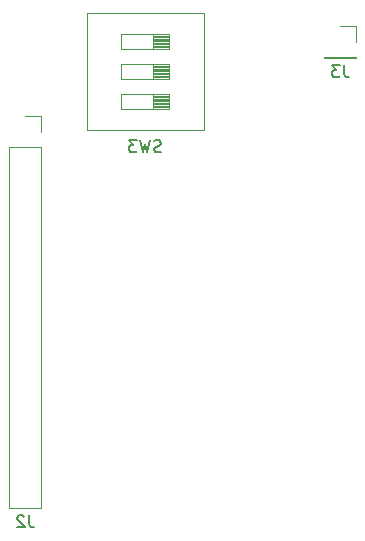
<source format=gbr>
%TF.GenerationSoftware,KiCad,Pcbnew,8.0.4-8.0.4-0~ubuntu22.04.1*%
%TF.CreationDate,2024-08-10T18:20:34+03:00*%
%TF.ProjectId,PM-ESPC3,504d2d45-5350-4433-932e-6b696361645f,rev?*%
%TF.SameCoordinates,Original*%
%TF.FileFunction,Legend,Bot*%
%TF.FilePolarity,Positive*%
%FSLAX46Y46*%
G04 Gerber Fmt 4.6, Leading zero omitted, Abs format (unit mm)*
G04 Created by KiCad (PCBNEW 8.0.4-8.0.4-0~ubuntu22.04.1) date 2024-08-10 18:20:34*
%MOMM*%
%LPD*%
G01*
G04 APERTURE LIST*
%ADD10C,0.150000*%
%ADD11C,0.120000*%
%ADD12O,1.000000X1.700000*%
%ADD13R,1.600000X1.600000*%
%ADD14O,1.600000X1.600000*%
%ADD15R,1.700000X1.700000*%
%ADD16O,1.700000X1.700000*%
G04 APERTURE END LIST*
D10*
X71183332Y-80417200D02*
X71040475Y-80464819D01*
X71040475Y-80464819D02*
X70802380Y-80464819D01*
X70802380Y-80464819D02*
X70707142Y-80417200D01*
X70707142Y-80417200D02*
X70659523Y-80369580D01*
X70659523Y-80369580D02*
X70611904Y-80274342D01*
X70611904Y-80274342D02*
X70611904Y-80179104D01*
X70611904Y-80179104D02*
X70659523Y-80083866D01*
X70659523Y-80083866D02*
X70707142Y-80036247D01*
X70707142Y-80036247D02*
X70802380Y-79988628D01*
X70802380Y-79988628D02*
X70992856Y-79941009D01*
X70992856Y-79941009D02*
X71088094Y-79893390D01*
X71088094Y-79893390D02*
X71135713Y-79845771D01*
X71135713Y-79845771D02*
X71183332Y-79750533D01*
X71183332Y-79750533D02*
X71183332Y-79655295D01*
X71183332Y-79655295D02*
X71135713Y-79560057D01*
X71135713Y-79560057D02*
X71088094Y-79512438D01*
X71088094Y-79512438D02*
X70992856Y-79464819D01*
X70992856Y-79464819D02*
X70754761Y-79464819D01*
X70754761Y-79464819D02*
X70611904Y-79512438D01*
X70278570Y-79464819D02*
X70040475Y-80464819D01*
X70040475Y-80464819D02*
X69849999Y-79750533D01*
X69849999Y-79750533D02*
X69659523Y-80464819D01*
X69659523Y-80464819D02*
X69421428Y-79464819D01*
X69135713Y-79464819D02*
X68516666Y-79464819D01*
X68516666Y-79464819D02*
X68849999Y-79845771D01*
X68849999Y-79845771D02*
X68707142Y-79845771D01*
X68707142Y-79845771D02*
X68611904Y-79893390D01*
X68611904Y-79893390D02*
X68564285Y-79941009D01*
X68564285Y-79941009D02*
X68516666Y-80036247D01*
X68516666Y-80036247D02*
X68516666Y-80274342D01*
X68516666Y-80274342D02*
X68564285Y-80369580D01*
X68564285Y-80369580D02*
X68611904Y-80417200D01*
X68611904Y-80417200D02*
X68707142Y-80464819D01*
X68707142Y-80464819D02*
X68992856Y-80464819D01*
X68992856Y-80464819D02*
X69088094Y-80417200D01*
X69088094Y-80417200D02*
X69135713Y-80369580D01*
X60023333Y-111214819D02*
X60023333Y-111929104D01*
X60023333Y-111929104D02*
X60070952Y-112071961D01*
X60070952Y-112071961D02*
X60166190Y-112167200D01*
X60166190Y-112167200D02*
X60309047Y-112214819D01*
X60309047Y-112214819D02*
X60404285Y-112214819D01*
X59594761Y-111310057D02*
X59547142Y-111262438D01*
X59547142Y-111262438D02*
X59451904Y-111214819D01*
X59451904Y-111214819D02*
X59213809Y-111214819D01*
X59213809Y-111214819D02*
X59118571Y-111262438D01*
X59118571Y-111262438D02*
X59070952Y-111310057D01*
X59070952Y-111310057D02*
X59023333Y-111405295D01*
X59023333Y-111405295D02*
X59023333Y-111500533D01*
X59023333Y-111500533D02*
X59070952Y-111643390D01*
X59070952Y-111643390D02*
X59642380Y-112214819D01*
X59642380Y-112214819D02*
X59023333Y-112214819D01*
X86693333Y-73114819D02*
X86693333Y-73829104D01*
X86693333Y-73829104D02*
X86740952Y-73971961D01*
X86740952Y-73971961D02*
X86836190Y-74067200D01*
X86836190Y-74067200D02*
X86979047Y-74114819D01*
X86979047Y-74114819D02*
X87074285Y-74114819D01*
X86312380Y-73114819D02*
X85693333Y-73114819D01*
X85693333Y-73114819D02*
X86026666Y-73495771D01*
X86026666Y-73495771D02*
X85883809Y-73495771D01*
X85883809Y-73495771D02*
X85788571Y-73543390D01*
X85788571Y-73543390D02*
X85740952Y-73591009D01*
X85740952Y-73591009D02*
X85693333Y-73686247D01*
X85693333Y-73686247D02*
X85693333Y-73924342D01*
X85693333Y-73924342D02*
X85740952Y-74019580D01*
X85740952Y-74019580D02*
X85788571Y-74067200D01*
X85788571Y-74067200D02*
X85883809Y-74114819D01*
X85883809Y-74114819D02*
X86169523Y-74114819D01*
X86169523Y-74114819D02*
X86264761Y-74067200D01*
X86264761Y-74067200D02*
X86312380Y-74019580D01*
D11*
%TO.C,SW3*%
X64900000Y-68700000D02*
X74800000Y-68700000D01*
X64900000Y-78620000D02*
X64900000Y-68700000D01*
X64900000Y-78620000D02*
X74800000Y-78620000D01*
X67820000Y-70485000D02*
X67820000Y-71755000D01*
X67820000Y-71755000D02*
X71880000Y-71755000D01*
X67820000Y-73025000D02*
X67820000Y-74295000D01*
X67820000Y-74295000D02*
X71880000Y-74295000D01*
X67820000Y-75565000D02*
X67820000Y-76835000D01*
X67820000Y-76835000D02*
X71880000Y-76835000D01*
X70526667Y-70605000D02*
X71880000Y-70605000D01*
X70526667Y-70725000D02*
X71880000Y-70725000D01*
X70526667Y-70845000D02*
X71880000Y-70845000D01*
X70526667Y-70965000D02*
X71880000Y-70965000D01*
X70526667Y-71085000D02*
X71880000Y-71085000D01*
X70526667Y-71205000D02*
X71880000Y-71205000D01*
X70526667Y-71325000D02*
X71880000Y-71325000D01*
X70526667Y-71445000D02*
X71880000Y-71445000D01*
X70526667Y-71565000D02*
X71880000Y-71565000D01*
X70526667Y-71685000D02*
X71880000Y-71685000D01*
X70526667Y-71755000D02*
X70526667Y-70485000D01*
X70526667Y-73145000D02*
X71880000Y-73145000D01*
X70526667Y-73265000D02*
X71880000Y-73265000D01*
X70526667Y-73385000D02*
X71880000Y-73385000D01*
X70526667Y-73505000D02*
X71880000Y-73505000D01*
X70526667Y-73625000D02*
X71880000Y-73625000D01*
X70526667Y-73745000D02*
X71880000Y-73745000D01*
X70526667Y-73865000D02*
X71880000Y-73865000D01*
X70526667Y-73985000D02*
X71880000Y-73985000D01*
X70526667Y-74105000D02*
X71880000Y-74105000D01*
X70526667Y-74225000D02*
X71880000Y-74225000D01*
X70526667Y-74295000D02*
X70526667Y-73025000D01*
X70526667Y-75685000D02*
X71880000Y-75685000D01*
X70526667Y-75805000D02*
X71880000Y-75805000D01*
X70526667Y-75925000D02*
X71880000Y-75925000D01*
X70526667Y-76045000D02*
X71880000Y-76045000D01*
X70526667Y-76165000D02*
X71880000Y-76165000D01*
X70526667Y-76285000D02*
X71880000Y-76285000D01*
X70526667Y-76405000D02*
X71880000Y-76405000D01*
X70526667Y-76525000D02*
X71880000Y-76525000D01*
X70526667Y-76645000D02*
X71880000Y-76645000D01*
X70526667Y-76765000D02*
X71880000Y-76765000D01*
X70526667Y-76835000D02*
X70526667Y-75565000D01*
X71880000Y-70485000D02*
X67820000Y-70485000D01*
X71880000Y-71755000D02*
X71880000Y-70485000D01*
X71880000Y-73025000D02*
X67820000Y-73025000D01*
X71880000Y-74295000D02*
X71880000Y-73025000D01*
X71880000Y-75565000D02*
X67820000Y-75565000D01*
X71880000Y-76835000D02*
X71880000Y-75565000D01*
X74800000Y-78620000D02*
X74800000Y-68700000D01*
%TO.C,J2*%
X58360000Y-80010000D02*
X61020000Y-80010000D01*
X58360000Y-110550000D02*
X58360000Y-80010000D01*
X58360000Y-110550000D02*
X61020000Y-110550000D01*
X59690000Y-77410000D02*
X61020000Y-77410000D01*
X61020000Y-77410000D02*
X61020000Y-78740000D01*
X61020000Y-110550000D02*
X61020000Y-80010000D01*
%TO.C,J3*%
X85030000Y-72390000D02*
X87690000Y-72390000D01*
X85030000Y-72450000D02*
X85030000Y-72390000D01*
X85030000Y-72450000D02*
X87690000Y-72450000D01*
X86360000Y-69790000D02*
X87690000Y-69790000D01*
X87690000Y-69790000D02*
X87690000Y-71120000D01*
X87690000Y-72450000D02*
X87690000Y-72390000D01*
%TD*%
%LPC*%
D12*
%TO.C,J1*%
X83820029Y-71119992D03*
X78170027Y-71119992D03*
%TD*%
D13*
%TO.C,SW3*%
X73660000Y-71120000D03*
D14*
X73660000Y-73660000D03*
X73660000Y-76200000D03*
X66040000Y-76200000D03*
X66040000Y-73660000D03*
X66040000Y-71120000D03*
%TD*%
D15*
%TO.C,J2*%
X59690000Y-78740000D03*
D16*
X59690000Y-81280000D03*
X59690000Y-83820000D03*
X59690000Y-86360000D03*
X59690000Y-88900000D03*
X59690000Y-91440000D03*
X59690000Y-93980000D03*
X59690000Y-96520000D03*
X59690000Y-99060000D03*
X59690000Y-101600000D03*
X59690000Y-104140000D03*
X59690000Y-106680000D03*
X59690000Y-109220000D03*
%TD*%
D15*
%TO.C,J3*%
X86360000Y-71120000D03*
%TD*%
%LPD*%
M02*

</source>
